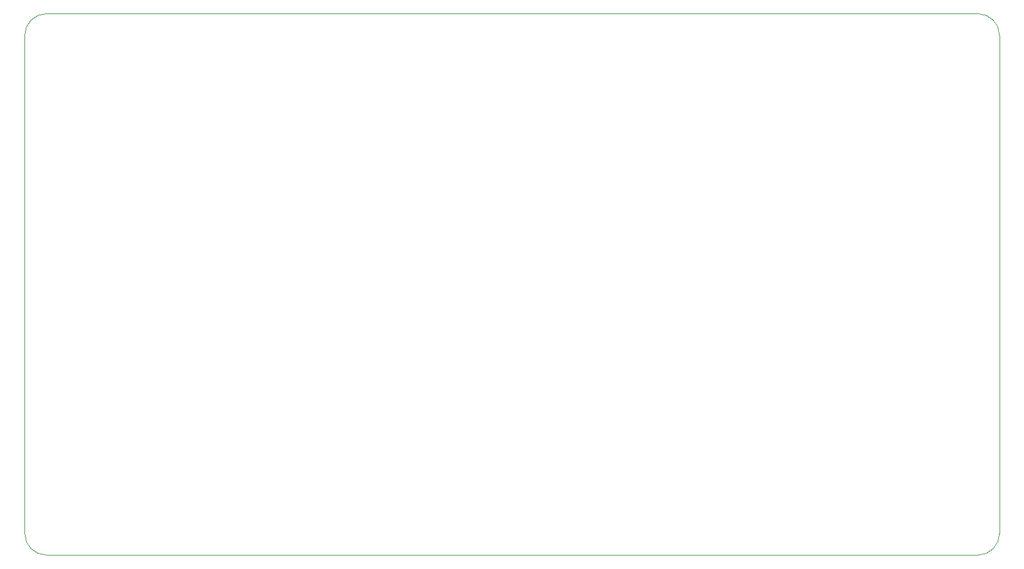
<source format=gbr>
G04 #@! TF.GenerationSoftware,KiCad,Pcbnew,(6.0.5-0)*
G04 #@! TF.CreationDate,2022-05-20T18:14:10-04:00*
G04 #@! TF.ProjectId,AntennaRemoteButtons,416e7465-6e6e-4615-9265-6d6f74654275,rev?*
G04 #@! TF.SameCoordinates,Original*
G04 #@! TF.FileFunction,Profile,NP*
%FSLAX46Y46*%
G04 Gerber Fmt 4.6, Leading zero omitted, Abs format (unit mm)*
G04 Created by KiCad (PCBNEW (6.0.5-0)) date 2022-05-20 18:14:10*
%MOMM*%
%LPD*%
G01*
G04 APERTURE LIST*
G04 #@! TA.AperFunction,Profile*
%ADD10C,0.100000*%
G04 #@! TD*
G04 APERTURE END LIST*
D10*
X40000000Y-102000000D02*
G75*
G03*
X43000000Y-105000000I3000000J0D01*
G01*
X172000000Y-105000000D02*
G75*
G03*
X175000000Y-102000000I0J3000000D01*
G01*
X175000000Y-33000000D02*
G75*
G03*
X172000000Y-30000000I-3000000J0D01*
G01*
X43000000Y-30000000D02*
G75*
G03*
X40000000Y-33000000I0J-3000000D01*
G01*
X40000000Y-102000000D02*
X40000000Y-33000000D01*
X172000000Y-105000000D02*
X43000000Y-105000000D01*
X175000000Y-33000000D02*
X175000000Y-102000000D01*
X43000000Y-30000000D02*
X172000000Y-30000000D01*
M02*

</source>
